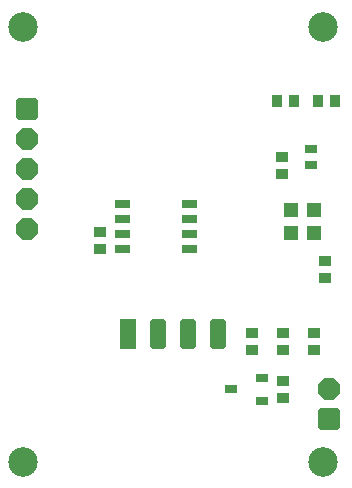
<source format=gts>
%FSLAX35Y35*%
%MOIN*%
%IN18=Loetstoppmaskeoben(X.StopTop)*%
%ADD10C,0.00197*%
%ADD11C,0.00205*%
%ADD12C,0.00256*%
%ADD13C,0.00500*%
%ADD14C,0.00512*%
%ADD15C,0.00591*%
%ADD16C,0.00768*%
%ADD17C,0.00787*%
%ADD18C,0.01181*%
%ADD19C,0.01575*%
%ADD20C,0.01969*%
%ADD21C,0.02362*%
%ADD22C,0.03150*%
%ADD23C,0.09843*%
%AMR_24*21,1,0.01181,0.01181,0,0,0.000*%
%ADD24R_24*%
%AMR_25*21,1,0.01969,0.01969,0,0,0.000*%
%ADD25R_25*%
%AMR_26*21,1,0.02756,0.04331,0,0,90.000*%
%ADD26R_26*%
%AMR_27*21,1,0.02953,0.04331,0,0,90.000*%
%ADD27R_27*%
%AMR_28*21,1,0.03150,0.04331,0,0,0.000*%
%ADD28R_28*%
%AMR_29*21,1,0.03150,0.04331,0,0,90.000*%
%ADD29R_29*%
%AMR_30*21,1,0.03150,0.04331,0,0,270.000*%
%ADD30R_30*%
%AMR_31*21,1,0.03543,0.04331,0,0,90.000*%
%ADD31R_31*%
%AMR_32*21,1,0.04724,0.04724,0,0,270.000*%
%ADD32R_32*%
%AMR_33*21,1,0.04724,0.07087,0,0,90.000*%
%ADD33R_33*%
%AMR_34*21,1,0.05000,0.02500,0,0,0.000*%
%ADD34R_34*%
%AMR_35*21,1,0.05512,0.05512,0,0,0.000*%
%ADD35R_35*%
%AMR_36*21,1,0.05512,0.05512,0,0,180.000*%
%ADD36R_36*%
%AMR_37*21,1,0.06250,0.06250,0,0,0.000*%
%ADD37R_37*%
%AMR_38*21,1,0.06693,0.04724,0,0,270.000*%
%ADD38R_38*%
%AMR_39*21,1,0.07500,0.07500,0,0,0.000*%
%ADD39R_39*%
%AMR_40*21,1,0.10236,0.05512,0,0,90.000*%
%ADD40R_40*%
%AMR_41*21,1,0.13189,0.07874,0,0,270.000*%
%ADD41R_41*%
%AMR_42*21,1,0.15625,0.15625,0,0,0.000*%
%ADD42R_42*%
%AMR_43*21,1,0.16250,0.19685,0,0,0.000*%
%ADD43R_43*%
%AMR_44*21,1,0.19685,0.19685,0,0,0.000*%
%ADD44R_44*%
%AMOCT_45*4,1,8,0.019685,0.013780,0.009843,0.023622,-0.009843,0.023622,-0.019685,0.013780,-0.019685,-0.013780,-0.009843,-0.023622,0.009843,-0.023622,0.019685,-0.013780,0.019685,0.013780,0.000*%
%ADD45OCT_45*%
%AMOCT_46*4,1,8,0.023622,0.009843,0.013780,0.019685,-0.013780,0.019685,-0.023622,0.009843,-0.023622,-0.009843,-0.013780,-0.019685,0.013780,-0.019685,0.023622,-0.009843,0.023622,0.009843,0.000*%
%ADD46OCT_46*%
%AMOCT_47*4,1,8,0.023622,0.011811,0.011811,0.023622,-0.011811,0.023622,-0.023622,0.011811,-0.023622,-0.011811,-0.011811,-0.023622,0.011811,-0.023622,0.023622,-0.011811,0.023622,0.011811,0.000*%
%ADD47OCT_47*%
%AMOCT_48*4,1,8,0.035433,0.017717,0.017717,0.035433,-0.017717,0.035433,-0.035433,0.017717,-0.035433,-0.017717,-0.017717,-0.035433,0.017717,-0.035433,0.035433,-0.017717,0.035433,0.017717,90.000*%
%ADD48OCT_48*%
%AMOCT_49*4,1,8,0.035433,0.017717,0.017717,0.035433,-0.017717,0.035433,-0.035433,0.017717,-0.035433,-0.017717,-0.017717,-0.035433,0.017717,-0.035433,0.035433,-0.017717,0.035433,0.017717,270.000*%
%ADD49OCT_49*%
%AMRR_50*21,1,0.01969,0.09843,0,0,180.000*21,1,0.01575,0.10236,0,0,180.000*1,1,0.00394,-0.00787,-0.04921*1,1,0.00394,0.00787,0.04921*1,1,0.00394,-0.00787,0.04921*1,1,0.00394,0.00787,-0.04921*%
%ADD50RR_50*%
%AMRR_51*21,1,0.02756,0.04173,0,0,180.000*21,1,0.02205,0.04724,0,0,180.000*1,1,0.00551,-0.01102,-0.02087*1,1,0.00551,0.01102,0.02087*1,1,0.00551,-0.01102,0.02087*1,1,0.00551,0.01102,-0.02087*%
%ADD51RR_51*%
%AMRR_52*21,1,0.02756,0.03346,0,0,180.000*21,1,0.01378,0.04724,0,0,180.000*1,1,0.01378,-0.00689,-0.01673*1,1,0.01378,0.00689,0.01673*1,1,0.01378,-0.00689,0.01673*1,1,0.01378,0.00689,-0.01673*%
%ADD52RR_52*%
%AMRR_53*21,1,0.07087,0.05669,0,0,90.000*21,1,0.05669,0.07087,0,0,90.000*1,1,0.01417,-0.02835,0.02835*1,1,0.01417,0.02835,-0.02835*1,1,0.01417,0.02835,0.02835*1,1,0.01417,-0.02835,-0.02835*%
%ADD53RR_53*%
%AMRR_54*21,1,0.07087,0.05669,0,0,270.000*21,1,0.05669,0.07087,0,0,270.000*1,1,0.01417,0.02835,-0.02835*1,1,0.01417,-0.02835,0.02835*1,1,0.01417,-0.02835,-0.02835*1,1,0.01417,0.02835,0.02835*%
%ADD54RR_54*%
%AMRR_55*21,1,0.08268,0.08583,0,0,180.000*21,1,0.06614,0.10236,0,0,180.000*1,1,0.01654,-0.03307,-0.04291*1,1,0.01654,0.03307,0.04291*1,1,0.01654,-0.03307,0.04291*1,1,0.01654,0.03307,-0.04291*%
%ADD55RR_55*%
%AMRR_56*21,1,0.08500,0.03400,0,0,0.000*21,1,0.07650,0.04250,0,0,0.000*1,1,0.00850,0.03825,0.01700*1,1,0.00850,-0.03825,-0.01700*1,1,0.00850,0.03825,-0.01700*1,1,0.00850,-0.03825,0.01700*%
%ADD56RR_56*%
%AMRR_57*21,1,0.10000,0.04000,0,0,0.000*21,1,0.09000,0.05000,0,0,0.000*1,1,0.01000,0.04500,0.02000*1,1,0.01000,-0.04500,-0.02000*1,1,0.01000,0.04500,-0.02000*1,1,0.01000,-0.04500,0.02000*%
%ADD57RR_57*%
%AMRR_58*21,1,0.10236,0.02756,0,0,90.000*21,1,0.07480,0.05512,0,0,90.000*1,1,0.02756,-0.01378,0.03740*1,1,0.02756,0.01378,-0.03740*1,1,0.02756,0.01378,0.03740*1,1,0.02756,-0.01378,-0.03740*%
%ADD58RR_58*%
G54D23*
X108750Y153750D03*
X8750Y153750D03*
X8750Y8750D03*
X108750Y8750D03*
G54D26*
X88243Y29072D03*
X88243Y36552D03*
X78006Y32812D03*
G54D27*
X104687Y107512D03*
X104687Y113112D03*
G54D28*
X93450Y129062D03*
X99050Y129062D03*
X107200Y129062D03*
X112800Y129062D03*
G54D29*
X95000Y104700D03*
X95000Y110300D03*
X95312Y45950D03*
X95312Y51550D03*
X105625Y45950D03*
X105625Y51550D03*
G54D30*
X109375Y75612D03*
X109375Y70012D03*
X95312Y35612D03*
X95312Y30012D03*
X85000Y51550D03*
X85000Y45950D03*
G54D31*
X34375Y79700D03*
X34375Y85300D03*
G54D32*
X105812Y84812D03*
X97937Y84812D03*
X97937Y92687D03*
X105812Y92687D03*
G54D34*
X41884Y79687D03*
X41884Y84687D03*
X41884Y89687D03*
X41884Y94687D03*
X64404Y79687D03*
X64404Y84687D03*
X64404Y89687D03*
X64404Y94687D03*
G54D40*
X43750Y51250D03*
G54D48*
X110625Y32812D03*
G54D49*
X10000Y116250D03*
X10000Y106250D03*
X10000Y96250D03*
X10000Y86250D03*
G54D53*
X110625Y22812D03*
G54D54*
X10000Y126250D03*
G54D58*
X53750Y51250D03*
X63750Y51250D03*
X73750Y51250D03*
M02*

</source>
